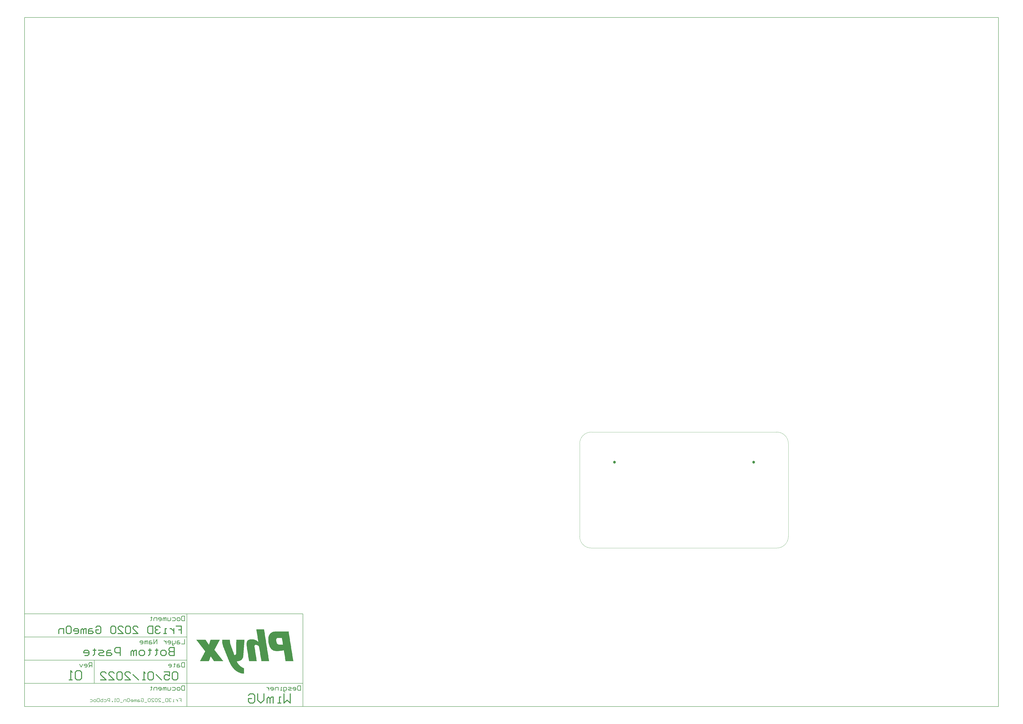
<source format=gbp>
G04*
G04 #@! TF.GenerationSoftware,Altium Limited,Altium Designer,22.0.2 (36)*
G04*
G04 Layer_Color=128*
%FSLAX25Y25*%
%MOIN*%
G70*
G04*
G04 #@! TF.SameCoordinates,97D47E50-BCFC-400F-BBD2-71598373C37A*
G04*
G04*
G04 #@! TF.FilePolarity,Positive*
G04*
G01*
G75*
%ADD12C,0.00787*%
%ADD14C,0.01575*%
%ADD15C,0.00394*%
%ADD16C,0.00984*%
%ADD62C,0.04724*%
G36*
X300667Y-141778D02*
X298949D01*
Y-142065D01*
X298090D01*
Y-142351D01*
X297231D01*
Y-142637D01*
X296373D01*
Y-142924D01*
X295800D01*
Y-143210D01*
X295514D01*
Y-143496D01*
X294941D01*
Y-143783D01*
X294655D01*
Y-144069D01*
X294082D01*
Y-144355D01*
X293796D01*
Y-144641D01*
X293509D01*
Y-144928D01*
X293223D01*
Y-145214D01*
X292937D01*
Y-145501D01*
X292650D01*
Y-145787D01*
X292364D01*
Y-146073D01*
Y-146359D01*
X292078D01*
Y-146646D01*
X291792D01*
Y-146932D01*
Y-147218D01*
X291505D01*
Y-147505D01*
X291219D01*
Y-147791D01*
Y-148077D01*
X290932D01*
Y-148364D01*
Y-148650D01*
Y-148936D01*
X290646D01*
Y-149223D01*
Y-149509D01*
Y-149795D01*
X290360D01*
Y-150082D01*
Y-150368D01*
Y-150654D01*
Y-150940D01*
X290074D01*
Y-151227D01*
Y-151513D01*
Y-151799D01*
Y-152086D01*
Y-152372D01*
X289787D01*
Y-152658D01*
Y-152945D01*
Y-153231D01*
Y-153517D01*
Y-153804D01*
Y-154090D01*
Y-154376D01*
Y-154663D01*
Y-154949D01*
Y-155235D01*
Y-155521D01*
Y-155808D01*
Y-156094D01*
Y-156380D01*
Y-156667D01*
Y-156953D01*
Y-157239D01*
Y-157526D01*
Y-157812D01*
Y-158098D01*
X290074D01*
Y-158385D01*
Y-158671D01*
Y-158957D01*
Y-159244D01*
Y-159530D01*
Y-159816D01*
Y-160102D01*
X290360D01*
Y-160389D01*
Y-160675D01*
Y-160961D01*
Y-161248D01*
Y-161534D01*
X290646D01*
Y-161820D01*
Y-162107D01*
Y-162393D01*
Y-162679D01*
Y-162966D01*
X290932D01*
Y-163252D01*
Y-163538D01*
Y-163824D01*
X291219D01*
Y-164111D01*
Y-164397D01*
Y-164683D01*
Y-164970D01*
X291505D01*
Y-165256D01*
Y-165542D01*
Y-165829D01*
X291792D01*
Y-166115D01*
Y-166401D01*
X292078D01*
Y-166688D01*
Y-166974D01*
Y-167260D01*
X292364D01*
Y-167547D01*
Y-167833D01*
X292650D01*
Y-168119D01*
Y-168405D01*
X292937D01*
Y-168692D01*
Y-168978D01*
X293223D01*
Y-169264D01*
X293509D01*
Y-169551D01*
Y-169837D01*
X293796D01*
Y-170123D01*
X294082D01*
Y-170410D01*
X294368D01*
Y-170696D01*
Y-170982D01*
X294655D01*
Y-171269D01*
X294941D01*
Y-171555D01*
X295227D01*
Y-171841D01*
X295514D01*
Y-172127D01*
X295800D01*
Y-172414D01*
X296373D01*
Y-172700D01*
X296659D01*
Y-172986D01*
X297231D01*
Y-173273D01*
X297518D01*
Y-173559D01*
X298090D01*
Y-173845D01*
X298949D01*
Y-174132D01*
X299808D01*
Y-174418D01*
X300667D01*
Y-174704D01*
X302385D01*
Y-174991D01*
X307539D01*
Y-174704D01*
X310116D01*
Y-174418D01*
X312120D01*
Y-174132D01*
X313551D01*
Y-173845D01*
X314983D01*
Y-173559D01*
X316414D01*
Y-173845D01*
Y-174132D01*
Y-174418D01*
Y-174704D01*
Y-174991D01*
Y-175277D01*
Y-175563D01*
X316701D01*
Y-175850D01*
Y-176136D01*
Y-176422D01*
Y-176709D01*
Y-176995D01*
Y-177281D01*
X316987D01*
Y-177568D01*
Y-177854D01*
Y-178140D01*
Y-178426D01*
Y-178713D01*
Y-178999D01*
X317273D01*
Y-179285D01*
Y-179572D01*
Y-179858D01*
Y-180144D01*
Y-180431D01*
Y-180717D01*
Y-181003D01*
X317560D01*
Y-181290D01*
Y-181576D01*
Y-181862D01*
Y-182149D01*
Y-182435D01*
Y-182721D01*
X317846D01*
Y-183007D01*
Y-183294D01*
Y-183580D01*
Y-183866D01*
Y-184153D01*
Y-184439D01*
X318132D01*
Y-184725D01*
Y-185012D01*
Y-185298D01*
Y-185584D01*
Y-185871D01*
Y-186157D01*
Y-186443D01*
X318419D01*
Y-186730D01*
Y-187016D01*
Y-187302D01*
Y-187588D01*
Y-187875D01*
Y-188161D01*
X318705D01*
Y-188447D01*
Y-188734D01*
Y-189020D01*
Y-189306D01*
Y-189593D01*
Y-189879D01*
X318991D01*
Y-190165D01*
Y-190452D01*
Y-190738D01*
Y-191024D01*
Y-191311D01*
Y-191597D01*
Y-191883D01*
X332448D01*
Y-191597D01*
X332162D01*
Y-191311D01*
Y-191024D01*
Y-190738D01*
Y-190452D01*
Y-190165D01*
X331875D01*
Y-189879D01*
Y-189593D01*
Y-189306D01*
Y-189020D01*
Y-188734D01*
Y-188447D01*
Y-188161D01*
X331589D01*
Y-187875D01*
Y-187588D01*
Y-187302D01*
Y-187016D01*
Y-186730D01*
Y-186443D01*
X331303D01*
Y-186157D01*
Y-185871D01*
Y-185584D01*
Y-185298D01*
Y-185012D01*
Y-184725D01*
X331016D01*
Y-184439D01*
Y-184153D01*
Y-183866D01*
Y-183580D01*
Y-183294D01*
Y-183007D01*
Y-182721D01*
X330730D01*
Y-182435D01*
Y-182149D01*
Y-181862D01*
Y-181576D01*
Y-181290D01*
Y-181003D01*
X330444D01*
Y-180717D01*
Y-180431D01*
Y-180144D01*
Y-179858D01*
Y-179572D01*
Y-179285D01*
X330157D01*
Y-178999D01*
Y-178713D01*
Y-178426D01*
Y-178140D01*
Y-177854D01*
Y-177568D01*
X329871D01*
Y-177281D01*
Y-176995D01*
Y-176709D01*
Y-176422D01*
Y-176136D01*
Y-175850D01*
Y-175563D01*
X329585D01*
Y-175277D01*
Y-174991D01*
Y-174704D01*
Y-174418D01*
Y-174132D01*
Y-173845D01*
X329298D01*
Y-173559D01*
Y-173273D01*
Y-172986D01*
Y-172700D01*
Y-172414D01*
Y-172127D01*
X329012D01*
Y-171841D01*
Y-171555D01*
Y-171269D01*
Y-170982D01*
Y-170696D01*
Y-170410D01*
X328726D01*
Y-170123D01*
Y-169837D01*
Y-169551D01*
Y-169264D01*
Y-168978D01*
Y-168692D01*
Y-168405D01*
X328439D01*
Y-168119D01*
Y-167833D01*
Y-167547D01*
Y-167260D01*
Y-166974D01*
Y-166688D01*
X328153D01*
Y-166401D01*
Y-166115D01*
Y-165829D01*
Y-165542D01*
Y-165256D01*
Y-164970D01*
X327867D01*
Y-164683D01*
Y-164397D01*
Y-164111D01*
Y-163824D01*
Y-163538D01*
Y-163252D01*
Y-162966D01*
X327581D01*
Y-162679D01*
Y-162393D01*
Y-162107D01*
Y-161820D01*
Y-161534D01*
Y-161248D01*
X327294D01*
Y-160961D01*
Y-160675D01*
Y-160389D01*
Y-160102D01*
Y-159816D01*
Y-159530D01*
X327008D01*
Y-159244D01*
Y-158957D01*
Y-158671D01*
Y-158385D01*
Y-158098D01*
Y-157812D01*
X326722D01*
Y-157526D01*
Y-157239D01*
Y-156953D01*
Y-156667D01*
Y-156380D01*
Y-156094D01*
Y-155808D01*
X326435D01*
Y-155521D01*
Y-155235D01*
Y-154949D01*
Y-154663D01*
Y-154376D01*
Y-154090D01*
X326149D01*
Y-153804D01*
Y-153517D01*
Y-153231D01*
Y-152945D01*
Y-152658D01*
Y-152372D01*
X325863D01*
Y-152086D01*
Y-151799D01*
Y-151513D01*
Y-151227D01*
Y-150940D01*
Y-150654D01*
Y-150368D01*
X325576D01*
Y-150082D01*
Y-149795D01*
Y-149509D01*
Y-149223D01*
Y-148936D01*
Y-148650D01*
X325290D01*
Y-148364D01*
Y-148077D01*
Y-147791D01*
Y-147505D01*
Y-147218D01*
Y-146932D01*
X325004D01*
Y-146646D01*
Y-146359D01*
Y-146073D01*
Y-145787D01*
Y-145501D01*
Y-145214D01*
Y-144928D01*
X324717D01*
Y-144641D01*
Y-144355D01*
Y-144069D01*
Y-143783D01*
Y-143496D01*
Y-143210D01*
X324431D01*
Y-142924D01*
Y-142637D01*
Y-142351D01*
Y-142065D01*
Y-141778D01*
Y-141492D01*
X300667D01*
Y-141778D01*
D02*
G37*
G36*
X269459Y-138343D02*
Y-138629D01*
X269745D01*
Y-138915D01*
Y-139202D01*
Y-139488D01*
Y-139774D01*
Y-140060D01*
Y-140347D01*
X270032D01*
Y-140633D01*
Y-140919D01*
Y-141206D01*
Y-141492D01*
Y-141778D01*
Y-142065D01*
X270318D01*
Y-142351D01*
Y-142637D01*
Y-142924D01*
Y-143210D01*
Y-143496D01*
Y-143783D01*
Y-144069D01*
X270604D01*
Y-144355D01*
Y-144641D01*
Y-144928D01*
Y-145214D01*
Y-145501D01*
Y-145787D01*
X270891D01*
Y-146073D01*
Y-146359D01*
Y-146646D01*
Y-146932D01*
Y-147218D01*
Y-147505D01*
X271177D01*
Y-147791D01*
Y-148077D01*
Y-148364D01*
Y-148650D01*
Y-148936D01*
Y-149223D01*
Y-149509D01*
X271463D01*
Y-149795D01*
Y-150082D01*
Y-150368D01*
Y-150654D01*
Y-150940D01*
Y-151227D01*
X271750D01*
Y-151513D01*
Y-151799D01*
Y-152086D01*
Y-152372D01*
Y-152658D01*
Y-152945D01*
X272036D01*
Y-153231D01*
Y-153517D01*
Y-153804D01*
Y-154090D01*
Y-154376D01*
Y-154663D01*
X272322D01*
Y-154949D01*
Y-155235D01*
Y-155521D01*
Y-155808D01*
Y-156094D01*
Y-156380D01*
Y-156667D01*
X272608D01*
Y-156953D01*
Y-157239D01*
Y-157526D01*
Y-157812D01*
Y-158098D01*
Y-158385D01*
X272895D01*
Y-158671D01*
Y-158957D01*
X272322D01*
Y-158671D01*
X272036D01*
Y-158385D01*
X271750D01*
Y-158098D01*
X271177D01*
Y-157812D01*
X270891D01*
Y-157526D01*
X270604D01*
Y-157239D01*
X270032D01*
Y-156953D01*
X269459D01*
Y-156667D01*
X269173D01*
Y-156380D01*
X268600D01*
Y-156094D01*
X267741D01*
Y-155808D01*
X267169D01*
Y-155521D01*
X266310D01*
Y-155235D01*
X264878D01*
Y-154949D01*
X258579D01*
Y-155235D01*
X257434D01*
Y-155521D01*
X256575D01*
Y-155808D01*
X256002D01*
Y-156094D01*
X255716D01*
Y-156380D01*
X255143D01*
Y-156667D01*
X254857D01*
Y-156953D01*
X254571D01*
Y-157239D01*
X254285D01*
Y-157526D01*
X253998D01*
Y-157812D01*
Y-158098D01*
X253712D01*
Y-158385D01*
Y-158671D01*
X253426D01*
Y-158957D01*
Y-159244D01*
Y-159530D01*
X253139D01*
Y-159816D01*
Y-160102D01*
Y-160389D01*
Y-160675D01*
X252853D01*
Y-160961D01*
Y-161248D01*
Y-161534D01*
Y-161820D01*
Y-162107D01*
Y-162393D01*
Y-162679D01*
Y-162966D01*
Y-163252D01*
Y-163538D01*
Y-163824D01*
Y-164111D01*
Y-164397D01*
Y-164683D01*
Y-164970D01*
Y-165256D01*
Y-165542D01*
Y-165829D01*
X253139D01*
Y-166115D01*
Y-166401D01*
Y-166688D01*
Y-166974D01*
Y-167260D01*
Y-167547D01*
Y-167833D01*
X253426D01*
Y-168119D01*
Y-168405D01*
Y-168692D01*
Y-168978D01*
Y-169264D01*
Y-169551D01*
Y-169837D01*
X253712D01*
Y-170123D01*
Y-170410D01*
Y-170696D01*
Y-170982D01*
Y-171269D01*
Y-171555D01*
X253998D01*
Y-171841D01*
Y-172127D01*
Y-172414D01*
Y-172700D01*
Y-172986D01*
Y-173273D01*
X254285D01*
Y-173559D01*
Y-173845D01*
Y-174132D01*
Y-174418D01*
Y-174704D01*
Y-174991D01*
X254571D01*
Y-175277D01*
Y-175563D01*
Y-175850D01*
Y-176136D01*
Y-176422D01*
Y-176709D01*
Y-176995D01*
X254857D01*
Y-177281D01*
Y-177568D01*
Y-177854D01*
Y-178140D01*
Y-178426D01*
Y-178713D01*
X255143D01*
Y-178999D01*
Y-179285D01*
Y-179572D01*
Y-179858D01*
Y-180144D01*
Y-180431D01*
X255430D01*
Y-180717D01*
Y-181003D01*
Y-181290D01*
Y-181576D01*
Y-181862D01*
Y-182149D01*
Y-182435D01*
X255716D01*
Y-182721D01*
Y-183007D01*
Y-183294D01*
Y-183580D01*
Y-183866D01*
Y-184153D01*
X256002D01*
Y-184439D01*
Y-184725D01*
Y-185012D01*
Y-185298D01*
Y-185584D01*
Y-185871D01*
X256289D01*
Y-186157D01*
Y-186443D01*
Y-186730D01*
Y-187016D01*
Y-187302D01*
Y-187588D01*
X256575D01*
Y-187875D01*
Y-188161D01*
Y-188447D01*
Y-188734D01*
Y-189020D01*
Y-189306D01*
Y-189593D01*
X256861D01*
Y-189879D01*
Y-190165D01*
Y-190452D01*
Y-190738D01*
Y-191024D01*
Y-191311D01*
X257148D01*
Y-191597D01*
Y-191883D01*
X270318D01*
Y-191597D01*
Y-191311D01*
X270032D01*
Y-191024D01*
Y-190738D01*
Y-190452D01*
Y-190165D01*
Y-189879D01*
Y-189593D01*
X269745D01*
Y-189306D01*
Y-189020D01*
Y-188734D01*
Y-188447D01*
Y-188161D01*
Y-187875D01*
Y-187588D01*
X269459D01*
Y-187302D01*
Y-187016D01*
Y-186730D01*
Y-186443D01*
Y-186157D01*
Y-185871D01*
X269173D01*
Y-185584D01*
Y-185298D01*
Y-185012D01*
Y-184725D01*
Y-184439D01*
Y-184153D01*
X268886D01*
Y-183866D01*
Y-183580D01*
Y-183294D01*
Y-183007D01*
Y-182721D01*
Y-182435D01*
Y-182149D01*
X268600D01*
Y-181862D01*
Y-181576D01*
Y-181290D01*
Y-181003D01*
Y-180717D01*
Y-180431D01*
X268314D01*
Y-180144D01*
Y-179858D01*
Y-179572D01*
Y-179285D01*
Y-178999D01*
Y-178713D01*
Y-178426D01*
X268027D01*
Y-178140D01*
Y-177854D01*
Y-177568D01*
Y-177281D01*
Y-176995D01*
Y-176709D01*
X267741D01*
Y-176422D01*
Y-176136D01*
Y-175850D01*
Y-175563D01*
Y-175277D01*
Y-174991D01*
X267455D01*
Y-174704D01*
Y-174418D01*
Y-174132D01*
Y-173845D01*
Y-173559D01*
Y-173273D01*
X267169D01*
Y-172986D01*
Y-172700D01*
Y-172414D01*
Y-172127D01*
Y-171841D01*
Y-171555D01*
Y-171269D01*
X266882D01*
Y-170982D01*
Y-170696D01*
Y-170410D01*
Y-170123D01*
Y-169837D01*
Y-169551D01*
X266596D01*
Y-169264D01*
Y-168978D01*
Y-168692D01*
Y-168405D01*
Y-168119D01*
Y-167833D01*
Y-167547D01*
X266310D01*
Y-167260D01*
Y-166974D01*
Y-166688D01*
Y-166401D01*
Y-166115D01*
Y-165829D01*
X266596D01*
Y-165542D01*
Y-165256D01*
X266882D01*
Y-164970D01*
X267169D01*
Y-164683D01*
X267741D01*
Y-164397D01*
X269459D01*
Y-164683D01*
X270891D01*
Y-164970D01*
X271750D01*
Y-165256D01*
X272322D01*
Y-165542D01*
X272608D01*
Y-165829D01*
X273181D01*
Y-166115D01*
X273467D01*
Y-166401D01*
X273754D01*
Y-166688D01*
Y-166974D01*
X274040D01*
Y-167260D01*
Y-167547D01*
Y-167833D01*
X274326D01*
Y-168119D01*
Y-168405D01*
Y-168692D01*
Y-168978D01*
Y-169264D01*
Y-169551D01*
X274613D01*
Y-169837D01*
Y-170123D01*
Y-170410D01*
Y-170696D01*
Y-170982D01*
Y-171269D01*
Y-171555D01*
X274899D01*
Y-171841D01*
Y-172127D01*
Y-172414D01*
Y-172700D01*
Y-172986D01*
Y-173273D01*
X275185D01*
Y-173559D01*
Y-173845D01*
Y-174132D01*
Y-174418D01*
Y-174704D01*
Y-174991D01*
X275472D01*
Y-175277D01*
Y-175563D01*
Y-175850D01*
Y-176136D01*
Y-176422D01*
Y-176709D01*
X275758D01*
Y-176995D01*
Y-177281D01*
Y-177568D01*
Y-177854D01*
Y-178140D01*
Y-178426D01*
Y-178713D01*
X276044D01*
Y-178999D01*
Y-179285D01*
Y-179572D01*
Y-179858D01*
Y-180144D01*
Y-180431D01*
X276331D01*
Y-180717D01*
Y-181003D01*
Y-181290D01*
Y-181576D01*
Y-181862D01*
Y-182149D01*
X276617D01*
Y-182435D01*
Y-182721D01*
Y-183007D01*
Y-183294D01*
Y-183580D01*
Y-183866D01*
Y-184153D01*
X276903D01*
Y-184439D01*
Y-184725D01*
Y-185012D01*
Y-185298D01*
Y-185584D01*
Y-185871D01*
X277189D01*
Y-186157D01*
Y-186443D01*
Y-186730D01*
Y-187016D01*
Y-187302D01*
Y-187588D01*
X277476D01*
Y-187875D01*
Y-188161D01*
Y-188447D01*
Y-188734D01*
Y-189020D01*
Y-189306D01*
X277762D01*
Y-189593D01*
Y-189879D01*
Y-190165D01*
Y-190452D01*
Y-190738D01*
Y-191024D01*
Y-191311D01*
X278048D01*
Y-191597D01*
Y-191883D01*
X291219D01*
Y-191597D01*
Y-191311D01*
X290932D01*
Y-191024D01*
Y-190738D01*
Y-190452D01*
Y-190165D01*
Y-189879D01*
Y-189593D01*
Y-189306D01*
X290646D01*
Y-189020D01*
Y-188734D01*
Y-188447D01*
Y-188161D01*
Y-187875D01*
Y-187588D01*
X290360D01*
Y-187302D01*
Y-187016D01*
Y-186730D01*
Y-186443D01*
Y-186157D01*
Y-185871D01*
X290074D01*
Y-185584D01*
Y-185298D01*
Y-185012D01*
Y-184725D01*
Y-184439D01*
Y-184153D01*
Y-183866D01*
X289787D01*
Y-183580D01*
Y-183294D01*
Y-183007D01*
Y-182721D01*
Y-182435D01*
Y-182149D01*
X289501D01*
Y-181862D01*
Y-181576D01*
Y-181290D01*
Y-181003D01*
Y-180717D01*
Y-180431D01*
X289215D01*
Y-180144D01*
Y-179858D01*
Y-179572D01*
Y-179285D01*
Y-178999D01*
Y-178713D01*
X288928D01*
Y-178426D01*
Y-178140D01*
Y-177854D01*
Y-177568D01*
Y-177281D01*
Y-176995D01*
Y-176709D01*
X288642D01*
Y-176422D01*
Y-176136D01*
Y-175850D01*
Y-175563D01*
Y-175277D01*
Y-174991D01*
X288356D01*
Y-174704D01*
Y-174418D01*
Y-174132D01*
Y-173845D01*
Y-173559D01*
Y-173273D01*
X288069D01*
Y-172986D01*
Y-172700D01*
Y-172414D01*
Y-172127D01*
Y-171841D01*
Y-171555D01*
Y-171269D01*
X287783D01*
Y-170982D01*
Y-170696D01*
Y-170410D01*
Y-170123D01*
Y-169837D01*
Y-169551D01*
X287497D01*
Y-169264D01*
Y-168978D01*
Y-168692D01*
Y-168405D01*
Y-168119D01*
Y-167833D01*
X287210D01*
Y-167547D01*
Y-167260D01*
Y-166974D01*
Y-166688D01*
Y-166401D01*
Y-166115D01*
X286924D01*
Y-165829D01*
Y-165542D01*
Y-165256D01*
Y-164970D01*
Y-164683D01*
Y-164397D01*
Y-164111D01*
X286638D01*
Y-163824D01*
Y-163538D01*
Y-163252D01*
Y-162966D01*
Y-162679D01*
Y-162393D01*
X286351D01*
Y-162107D01*
Y-161820D01*
Y-161534D01*
Y-161248D01*
Y-160961D01*
Y-160675D01*
X286065D01*
Y-160389D01*
Y-160102D01*
Y-159816D01*
Y-159530D01*
Y-159244D01*
Y-158957D01*
X285779D01*
Y-158671D01*
Y-158385D01*
Y-158098D01*
Y-157812D01*
Y-157526D01*
Y-157239D01*
Y-156953D01*
X285493D01*
Y-156667D01*
Y-156380D01*
Y-156094D01*
Y-155808D01*
Y-155521D01*
Y-155235D01*
X285206D01*
Y-154949D01*
Y-154663D01*
Y-154376D01*
Y-154090D01*
Y-153804D01*
Y-153517D01*
X284920D01*
Y-153231D01*
Y-152945D01*
Y-152658D01*
Y-152372D01*
Y-152086D01*
Y-151799D01*
Y-151513D01*
X284634D01*
Y-151227D01*
Y-150940D01*
Y-150654D01*
Y-150368D01*
Y-150082D01*
Y-149795D01*
X284347D01*
Y-149509D01*
Y-149223D01*
Y-148936D01*
Y-148650D01*
Y-148364D01*
Y-148077D01*
X284061D01*
Y-147791D01*
Y-147505D01*
Y-147218D01*
Y-146932D01*
Y-146646D01*
Y-146359D01*
X283775D01*
Y-146073D01*
Y-145787D01*
Y-145501D01*
Y-145214D01*
Y-144928D01*
Y-144641D01*
Y-144355D01*
X283488D01*
Y-144069D01*
Y-143783D01*
Y-143496D01*
Y-143210D01*
Y-142924D01*
Y-142637D01*
X283202D01*
Y-142351D01*
Y-142065D01*
Y-141778D01*
Y-141492D01*
Y-141206D01*
Y-140919D01*
X282916D01*
Y-140633D01*
Y-140347D01*
Y-140060D01*
Y-139774D01*
Y-139488D01*
Y-139202D01*
Y-138915D01*
X282629D01*
Y-138629D01*
Y-138343D01*
Y-138056D01*
X269459D01*
Y-138343D01*
D02*
G37*
G36*
X167532Y-155808D02*
X167818D01*
Y-156094D01*
X168104D01*
Y-156380D01*
Y-156667D01*
X168391D01*
Y-156953D01*
X168677D01*
Y-157239D01*
X168963D01*
Y-157526D01*
Y-157812D01*
X169250D01*
Y-158098D01*
X169536D01*
Y-158385D01*
X169822D01*
Y-158671D01*
X170108D01*
Y-158957D01*
Y-159244D01*
X170395D01*
Y-159530D01*
X170681D01*
Y-159816D01*
X170967D01*
Y-160102D01*
Y-160389D01*
X171254D01*
Y-160675D01*
X171540D01*
Y-160961D01*
X171826D01*
Y-161248D01*
X172113D01*
Y-161534D01*
Y-161820D01*
X172399D01*
Y-162107D01*
X172685D01*
Y-162393D01*
X172972D01*
Y-162679D01*
Y-162966D01*
X173258D01*
Y-163252D01*
X173544D01*
Y-163538D01*
X173831D01*
Y-163824D01*
Y-164111D01*
X174117D01*
Y-164397D01*
X174403D01*
Y-164683D01*
X174689D01*
Y-164970D01*
X174976D01*
Y-165256D01*
Y-165542D01*
X175262D01*
Y-165829D01*
X175549D01*
Y-166115D01*
X175835D01*
Y-166401D01*
Y-166688D01*
X176121D01*
Y-166974D01*
X176407D01*
Y-167260D01*
X176694D01*
Y-167547D01*
Y-167833D01*
X176980D01*
Y-168119D01*
X177266D01*
Y-168405D01*
X177553D01*
Y-168692D01*
X177839D01*
Y-168978D01*
Y-169264D01*
X178125D01*
Y-169551D01*
X178412D01*
Y-169837D01*
X178698D01*
Y-170123D01*
Y-170410D01*
X178984D01*
Y-170696D01*
X179271D01*
Y-170982D01*
X179557D01*
Y-171269D01*
Y-171555D01*
X179843D01*
Y-171841D01*
X180130D01*
Y-172127D01*
X180416D01*
Y-172414D01*
X180702D01*
Y-172700D01*
Y-172986D01*
X180988D01*
Y-173273D01*
X181275D01*
Y-173559D01*
X181561D01*
Y-173845D01*
Y-174132D01*
X181847D01*
Y-174418D01*
X182134D01*
Y-174704D01*
X182420D01*
Y-174991D01*
X182706D01*
Y-175277D01*
Y-175563D01*
X182420D01*
Y-175850D01*
Y-176136D01*
X182134D01*
Y-176422D01*
Y-176709D01*
X181847D01*
Y-176995D01*
X181561D01*
Y-177281D01*
Y-177568D01*
X181275D01*
Y-177854D01*
Y-178140D01*
X180988D01*
Y-178426D01*
Y-178713D01*
X180702D01*
Y-178999D01*
Y-179285D01*
X180416D01*
Y-179572D01*
Y-179858D01*
X180130D01*
Y-180144D01*
Y-180431D01*
X179843D01*
Y-180717D01*
Y-181003D01*
X179557D01*
Y-181290D01*
Y-181576D01*
X179271D01*
Y-181862D01*
X178984D01*
Y-182149D01*
Y-182435D01*
X178698D01*
Y-182721D01*
Y-183007D01*
X178412D01*
Y-183294D01*
Y-183580D01*
X178125D01*
Y-183866D01*
Y-184153D01*
X177839D01*
Y-184439D01*
Y-184725D01*
X177553D01*
Y-185012D01*
Y-185298D01*
X177266D01*
Y-185584D01*
Y-185871D01*
X176980D01*
Y-186157D01*
X176694D01*
Y-186443D01*
Y-186730D01*
X176407D01*
Y-187016D01*
Y-187302D01*
X176121D01*
Y-187588D01*
Y-187875D01*
X175835D01*
Y-188161D01*
Y-188447D01*
X175549D01*
Y-188734D01*
Y-189020D01*
X175262D01*
Y-189306D01*
Y-189593D01*
X174976D01*
Y-189879D01*
Y-190165D01*
X174689D01*
Y-190452D01*
X174403D01*
Y-190738D01*
Y-191024D01*
X174117D01*
Y-191311D01*
Y-191597D01*
X173831D01*
Y-191883D01*
X189005D01*
Y-191597D01*
X189292D01*
Y-191311D01*
Y-191024D01*
Y-190738D01*
X189578D01*
Y-190452D01*
Y-190165D01*
Y-189879D01*
X189864D01*
Y-189593D01*
Y-189306D01*
X190150D01*
Y-189020D01*
Y-188734D01*
Y-188447D01*
X190437D01*
Y-188161D01*
Y-187875D01*
Y-187588D01*
X190723D01*
Y-187302D01*
Y-187016D01*
X191009D01*
Y-186730D01*
Y-186443D01*
Y-186157D01*
X191296D01*
Y-185871D01*
Y-185584D01*
Y-185298D01*
X191582D01*
Y-185012D01*
Y-184725D01*
Y-184439D01*
X191868D01*
Y-184153D01*
X192441D01*
Y-184439D01*
Y-184725D01*
X192727D01*
Y-185012D01*
X193014D01*
Y-185298D01*
Y-185584D01*
X193300D01*
Y-185871D01*
X193586D01*
Y-186157D01*
Y-186443D01*
X193872D01*
Y-186730D01*
X194159D01*
Y-187016D01*
Y-187302D01*
X194445D01*
Y-187588D01*
X194731D01*
Y-187875D01*
X195018D01*
Y-188161D01*
Y-188447D01*
X195304D01*
Y-188734D01*
X195590D01*
Y-189020D01*
Y-189306D01*
X195877D01*
Y-189593D01*
X196163D01*
Y-189879D01*
Y-190165D01*
X196449D01*
Y-190452D01*
X196736D01*
Y-190738D01*
Y-191024D01*
X197022D01*
Y-191311D01*
X197308D01*
Y-191597D01*
Y-191883D01*
X213342D01*
Y-191597D01*
X213055D01*
Y-191311D01*
X212769D01*
Y-191024D01*
X212483D01*
Y-190738D01*
X212196D01*
Y-190452D01*
Y-190165D01*
X211910D01*
Y-189879D01*
X211624D01*
Y-189593D01*
X211338D01*
Y-189306D01*
X211051D01*
Y-189020D01*
Y-188734D01*
X210765D01*
Y-188447D01*
X210479D01*
Y-188161D01*
X210192D01*
Y-187875D01*
Y-187588D01*
X209906D01*
Y-187302D01*
X209620D01*
Y-187016D01*
X209333D01*
Y-186730D01*
X209047D01*
Y-186443D01*
Y-186157D01*
X208761D01*
Y-185871D01*
X208474D01*
Y-185584D01*
X208188D01*
Y-185298D01*
X207902D01*
Y-185012D01*
Y-184725D01*
X207615D01*
Y-184439D01*
X207329D01*
Y-184153D01*
X207043D01*
Y-183866D01*
Y-183580D01*
X206757D01*
Y-183294D01*
X206470D01*
Y-183007D01*
X206184D01*
Y-182721D01*
X205898D01*
Y-182435D01*
Y-182149D01*
X205611D01*
Y-181862D01*
X205325D01*
Y-181576D01*
X205039D01*
Y-181290D01*
Y-181003D01*
X204752D01*
Y-180717D01*
X204466D01*
Y-180431D01*
X204180D01*
Y-180144D01*
X203893D01*
Y-179858D01*
Y-179572D01*
X203607D01*
Y-179285D01*
X203321D01*
Y-178999D01*
X203034D01*
Y-178713D01*
Y-178426D01*
X202748D01*
Y-178140D01*
X202462D01*
Y-177854D01*
X202176D01*
Y-177568D01*
X201889D01*
Y-177281D01*
Y-176995D01*
X201603D01*
Y-176709D01*
X201317D01*
Y-176422D01*
X201030D01*
Y-176136D01*
X200744D01*
Y-175850D01*
Y-175563D01*
X200458D01*
Y-175277D01*
X200171D01*
Y-174991D01*
X199885D01*
Y-174704D01*
Y-174418D01*
X199599D01*
Y-174132D01*
X199312D01*
Y-173845D01*
X199026D01*
Y-173559D01*
X198740D01*
Y-173273D01*
Y-172986D01*
X198453D01*
Y-172700D01*
Y-172414D01*
Y-172127D01*
X198740D01*
Y-171841D01*
X199026D01*
Y-171555D01*
Y-171269D01*
X199312D01*
Y-170982D01*
Y-170696D01*
X199599D01*
Y-170410D01*
Y-170123D01*
X199885D01*
Y-169837D01*
Y-169551D01*
X200171D01*
Y-169264D01*
Y-168978D01*
X200458D01*
Y-168692D01*
Y-168405D01*
X200744D01*
Y-168119D01*
X201030D01*
Y-167833D01*
Y-167547D01*
X201317D01*
Y-167260D01*
Y-166974D01*
X201603D01*
Y-166688D01*
Y-166401D01*
X201889D01*
Y-166115D01*
Y-165829D01*
X202176D01*
Y-165542D01*
Y-165256D01*
X202462D01*
Y-164970D01*
Y-164683D01*
X202748D01*
Y-164397D01*
X203034D01*
Y-164111D01*
Y-163824D01*
X203321D01*
Y-163538D01*
Y-163252D01*
X203607D01*
Y-162966D01*
Y-162679D01*
X203893D01*
Y-162393D01*
Y-162107D01*
X204180D01*
Y-161820D01*
Y-161534D01*
X204466D01*
Y-161248D01*
Y-160961D01*
X204752D01*
Y-160675D01*
Y-160389D01*
X205039D01*
Y-160102D01*
X205325D01*
Y-159816D01*
Y-159530D01*
X205611D01*
Y-159244D01*
Y-158957D01*
X205898D01*
Y-158671D01*
Y-158385D01*
X206184D01*
Y-158098D01*
Y-157812D01*
X206470D01*
Y-157526D01*
Y-157239D01*
X206757D01*
Y-156953D01*
Y-156667D01*
X207043D01*
Y-156380D01*
X207329D01*
Y-156094D01*
Y-155808D01*
X207615D01*
Y-155521D01*
X191868D01*
Y-155808D01*
X191582D01*
Y-156094D01*
Y-156380D01*
Y-156667D01*
X191296D01*
Y-156953D01*
Y-157239D01*
Y-157526D01*
X191009D01*
Y-157812D01*
Y-158098D01*
Y-158385D01*
X190723D01*
Y-158671D01*
Y-158957D01*
Y-159244D01*
X190437D01*
Y-159530D01*
Y-159816D01*
Y-160102D01*
X190150D01*
Y-160389D01*
Y-160675D01*
Y-160961D01*
X189864D01*
Y-161248D01*
Y-161534D01*
Y-161820D01*
X189578D01*
Y-162107D01*
Y-162393D01*
Y-162679D01*
X189292D01*
Y-162966D01*
Y-163252D01*
Y-163538D01*
Y-163824D01*
X188719D01*
Y-163538D01*
X188433D01*
Y-163252D01*
X188146D01*
Y-162966D01*
Y-162679D01*
X187860D01*
Y-162393D01*
X187574D01*
Y-162107D01*
Y-161820D01*
X187287D01*
Y-161534D01*
X187001D01*
Y-161248D01*
Y-160961D01*
X186715D01*
Y-160675D01*
X186428D01*
Y-160389D01*
Y-160102D01*
X186142D01*
Y-159816D01*
X185856D01*
Y-159530D01*
Y-159244D01*
X185569D01*
Y-158957D01*
X185283D01*
Y-158671D01*
Y-158385D01*
X184997D01*
Y-158098D01*
X184711D01*
Y-157812D01*
Y-157526D01*
X184424D01*
Y-157239D01*
X184138D01*
Y-156953D01*
Y-156667D01*
X183852D01*
Y-156380D01*
X183565D01*
Y-156094D01*
Y-155808D01*
X183279D01*
Y-155521D01*
X167532D01*
Y-155808D01*
D02*
G37*
G36*
X211624D02*
Y-156094D01*
Y-156380D01*
Y-156667D01*
Y-156953D01*
Y-157239D01*
Y-157526D01*
Y-157812D01*
Y-158098D01*
Y-158385D01*
Y-158671D01*
Y-158957D01*
Y-159244D01*
Y-159530D01*
Y-159816D01*
Y-160102D01*
Y-160389D01*
Y-160675D01*
Y-160961D01*
Y-161248D01*
Y-161534D01*
X211910D01*
Y-161820D01*
Y-162107D01*
Y-162393D01*
Y-162679D01*
Y-162966D01*
X212196D01*
Y-163252D01*
Y-163538D01*
Y-163824D01*
Y-164111D01*
X212483D01*
Y-164397D01*
Y-164683D01*
Y-164970D01*
Y-165256D01*
X212769D01*
Y-165542D01*
Y-165829D01*
Y-166115D01*
X213055D01*
Y-166401D01*
Y-166688D01*
Y-166974D01*
X213342D01*
Y-167260D01*
Y-167547D01*
Y-167833D01*
X213628D01*
Y-168119D01*
Y-168405D01*
Y-168692D01*
X213914D01*
Y-168978D01*
Y-169264D01*
X214201D01*
Y-169551D01*
Y-169837D01*
X214487D01*
Y-170123D01*
Y-170410D01*
Y-170696D01*
X214773D01*
Y-170982D01*
Y-171269D01*
X215060D01*
Y-171555D01*
Y-171841D01*
Y-172127D01*
X215346D01*
Y-172414D01*
Y-172700D01*
X215632D01*
Y-172986D01*
Y-173273D01*
Y-173559D01*
X215919D01*
Y-173845D01*
Y-174132D01*
X216205D01*
Y-174418D01*
Y-174704D01*
Y-174991D01*
X216491D01*
Y-175277D01*
Y-175563D01*
X216777D01*
Y-175850D01*
Y-176136D01*
Y-176422D01*
X217064D01*
Y-176709D01*
Y-176995D01*
X217350D01*
Y-177281D01*
Y-177568D01*
Y-177854D01*
X217636D01*
Y-178140D01*
Y-178426D01*
X217923D01*
Y-178713D01*
Y-178999D01*
Y-179285D01*
X218209D01*
Y-179572D01*
Y-179858D01*
X218495D01*
Y-180144D01*
Y-180431D01*
Y-180717D01*
X218782D01*
Y-181003D01*
Y-181290D01*
X219068D01*
Y-181576D01*
Y-181862D01*
Y-182149D01*
X219354D01*
Y-182435D01*
Y-182721D01*
X219641D01*
Y-183007D01*
Y-183294D01*
Y-183580D01*
X219927D01*
Y-183866D01*
Y-184153D01*
X220213D01*
Y-184439D01*
Y-184725D01*
Y-185012D01*
X220500D01*
Y-185298D01*
Y-185584D01*
X220786D01*
Y-185871D01*
Y-186157D01*
Y-186443D01*
X221072D01*
Y-186730D01*
Y-187016D01*
X221358D01*
Y-187302D01*
Y-187588D01*
Y-187875D01*
X221645D01*
Y-188161D01*
Y-188447D01*
X221931D01*
Y-188734D01*
Y-189020D01*
Y-189306D01*
X222217D01*
Y-189593D01*
Y-189879D01*
X222504D01*
Y-190165D01*
Y-190452D01*
Y-190738D01*
X222790D01*
Y-191024D01*
Y-191311D01*
X223076D01*
Y-191597D01*
Y-191883D01*
Y-192169D01*
X223363D01*
Y-192456D01*
Y-192742D01*
X223649D01*
Y-193028D01*
Y-193315D01*
X223935D01*
Y-193601D01*
Y-193887D01*
X224222D01*
Y-194174D01*
Y-194460D01*
Y-194746D01*
X224508D01*
Y-195033D01*
X224794D01*
Y-195319D01*
Y-195605D01*
Y-195891D01*
X225081D01*
Y-196178D01*
X225367D01*
Y-196464D01*
Y-196750D01*
X225653D01*
Y-197037D01*
Y-197323D01*
X225939D01*
Y-197609D01*
Y-197896D01*
X226226D01*
Y-198182D01*
Y-198468D01*
X226512D01*
Y-198755D01*
X226799D01*
Y-199041D01*
Y-199327D01*
X227085D01*
Y-199614D01*
Y-199900D01*
X227371D01*
Y-200186D01*
X227657D01*
Y-200472D01*
X227944D01*
Y-200759D01*
Y-201045D01*
X228230D01*
Y-201331D01*
X228516D01*
Y-201618D01*
Y-201904D01*
X228803D01*
Y-202190D01*
X229089D01*
Y-202477D01*
X229375D01*
Y-202763D01*
Y-203049D01*
X229662D01*
Y-203336D01*
X229948D01*
Y-203622D01*
X230234D01*
Y-203908D01*
X230521D01*
Y-204195D01*
X230807D01*
Y-204481D01*
Y-204767D01*
X231093D01*
Y-205053D01*
X231380D01*
Y-205340D01*
X231666D01*
Y-205626D01*
X231952D01*
Y-205912D01*
X232238D01*
Y-206199D01*
X232525D01*
Y-206485D01*
X232811D01*
Y-206771D01*
X233384D01*
Y-207058D01*
X233670D01*
Y-207344D01*
X233956D01*
Y-207630D01*
X234243D01*
Y-207917D01*
X234529D01*
Y-208203D01*
X235102D01*
Y-208489D01*
X235388D01*
Y-208776D01*
X235961D01*
Y-209062D01*
X236247D01*
Y-209348D01*
X236819D01*
Y-209634D01*
X237106D01*
Y-209921D01*
X237678D01*
Y-210207D01*
X238251D01*
Y-210493D01*
X238824D01*
Y-210780D01*
X239396D01*
Y-211066D01*
X239969D01*
Y-211352D01*
X240828D01*
Y-211639D01*
X241400D01*
Y-211925D01*
X242259D01*
Y-212211D01*
X243405D01*
Y-212498D01*
X244550D01*
Y-212784D01*
X246268D01*
Y-213070D01*
X248272D01*
Y-213357D01*
X248558D01*
Y-213070D01*
Y-212784D01*
Y-212498D01*
Y-212211D01*
Y-211925D01*
Y-211639D01*
Y-211352D01*
Y-211066D01*
Y-210780D01*
Y-210493D01*
Y-210207D01*
Y-209921D01*
Y-209634D01*
Y-209348D01*
Y-209062D01*
Y-208776D01*
Y-208489D01*
Y-208203D01*
Y-207917D01*
Y-207630D01*
Y-207344D01*
Y-207058D01*
Y-206771D01*
Y-206485D01*
Y-206199D01*
Y-205912D01*
Y-205626D01*
Y-205340D01*
Y-205053D01*
Y-204767D01*
Y-204481D01*
Y-204195D01*
Y-203908D01*
X247986D01*
Y-203622D01*
X247413D01*
Y-203336D01*
X246840D01*
Y-203049D01*
X246268D01*
Y-202763D01*
X245695D01*
Y-202477D01*
X245123D01*
Y-202190D01*
X244836D01*
Y-201904D01*
X244264D01*
Y-201618D01*
X243977D01*
Y-201331D01*
X243405D01*
Y-201045D01*
X243118D01*
Y-200759D01*
X242832D01*
Y-200472D01*
X242259D01*
Y-200186D01*
X241973D01*
Y-199900D01*
X241687D01*
Y-199614D01*
X241400D01*
Y-199327D01*
X241114D01*
Y-199041D01*
X240828D01*
Y-198755D01*
X240542D01*
Y-198468D01*
X240255D01*
Y-198182D01*
X239969D01*
Y-197896D01*
X239683D01*
Y-197609D01*
X239396D01*
Y-197323D01*
X239110D01*
Y-197037D01*
Y-196750D01*
X238824D01*
Y-196464D01*
X238537D01*
Y-196178D01*
X238251D01*
Y-195891D01*
Y-195605D01*
X237965D01*
Y-195319D01*
X237678D01*
Y-195033D01*
Y-194746D01*
X237392D01*
Y-194460D01*
Y-194174D01*
X237106D01*
Y-193887D01*
X236819D01*
Y-193601D01*
Y-193315D01*
X236533D01*
Y-193028D01*
Y-192742D01*
X236247D01*
Y-192456D01*
Y-192169D01*
X237965D01*
Y-191883D01*
X239969D01*
Y-191597D01*
X241114D01*
Y-191311D01*
X241687D01*
Y-191024D01*
X242546D01*
Y-190738D01*
X243118D01*
Y-190452D01*
X243405D01*
Y-190165D01*
X243977D01*
Y-189879D01*
X244264D01*
Y-189593D01*
X244550D01*
Y-189306D01*
X244836D01*
Y-189020D01*
X245123D01*
Y-188734D01*
X245409D01*
Y-188447D01*
Y-188161D01*
X245695D01*
Y-187875D01*
X245981D01*
Y-187588D01*
Y-187302D01*
X246268D01*
Y-187016D01*
Y-186730D01*
X246554D01*
Y-186443D01*
Y-186157D01*
X246840D01*
Y-185871D01*
Y-185584D01*
Y-185298D01*
X247127D01*
Y-185012D01*
Y-184725D01*
Y-184439D01*
Y-184153D01*
X247413D01*
Y-183866D01*
Y-183580D01*
Y-183294D01*
Y-183007D01*
Y-182721D01*
Y-182435D01*
Y-182149D01*
X247699D01*
Y-181862D01*
Y-181576D01*
Y-181290D01*
Y-181003D01*
Y-180717D01*
Y-180431D01*
Y-180144D01*
Y-179858D01*
Y-179572D01*
Y-179285D01*
Y-178999D01*
Y-178713D01*
Y-178426D01*
Y-178140D01*
Y-177854D01*
X247986D01*
Y-177568D01*
Y-177281D01*
Y-176995D01*
Y-176709D01*
Y-176422D01*
Y-176136D01*
Y-175850D01*
Y-175563D01*
Y-175277D01*
Y-174991D01*
Y-174704D01*
Y-174418D01*
Y-174132D01*
Y-173845D01*
Y-173559D01*
X248272D01*
Y-173273D01*
Y-172986D01*
Y-172700D01*
Y-172414D01*
Y-172127D01*
Y-171841D01*
Y-171555D01*
Y-171269D01*
Y-170982D01*
Y-170696D01*
Y-170410D01*
Y-170123D01*
Y-169837D01*
Y-169551D01*
Y-169264D01*
Y-168978D01*
X248558D01*
Y-168692D01*
Y-168405D01*
Y-168119D01*
Y-167833D01*
Y-167547D01*
Y-167260D01*
Y-166974D01*
Y-166688D01*
Y-166401D01*
Y-166115D01*
Y-165829D01*
Y-165542D01*
Y-165256D01*
Y-164970D01*
Y-164683D01*
Y-164397D01*
X248845D01*
Y-164111D01*
Y-163824D01*
Y-163538D01*
Y-163252D01*
Y-162966D01*
Y-162679D01*
Y-162393D01*
Y-162107D01*
Y-161820D01*
Y-161534D01*
Y-161248D01*
Y-160961D01*
Y-160675D01*
Y-160389D01*
X249131D01*
Y-160102D01*
Y-159816D01*
Y-159530D01*
Y-159244D01*
Y-158957D01*
Y-158671D01*
Y-158385D01*
Y-158098D01*
Y-157812D01*
Y-157526D01*
Y-157239D01*
Y-156953D01*
Y-156667D01*
Y-156380D01*
Y-156094D01*
Y-155808D01*
X249417D01*
Y-155521D01*
X235674D01*
Y-155808D01*
Y-156094D01*
Y-156380D01*
Y-156667D01*
Y-156953D01*
Y-157239D01*
Y-157526D01*
Y-157812D01*
Y-158098D01*
Y-158385D01*
Y-158671D01*
Y-158957D01*
Y-159244D01*
Y-159530D01*
X235388D01*
Y-159816D01*
Y-160102D01*
Y-160389D01*
Y-160675D01*
Y-160961D01*
Y-161248D01*
Y-161534D01*
Y-161820D01*
Y-162107D01*
Y-162393D01*
Y-162679D01*
Y-162966D01*
Y-163252D01*
Y-163538D01*
Y-163824D01*
Y-164111D01*
Y-164397D01*
Y-164683D01*
Y-164970D01*
Y-165256D01*
Y-165542D01*
Y-165829D01*
Y-166115D01*
Y-166401D01*
Y-166688D01*
Y-166974D01*
Y-167260D01*
Y-167547D01*
Y-167833D01*
Y-168119D01*
Y-168405D01*
Y-168692D01*
Y-168978D01*
Y-169264D01*
Y-169551D01*
Y-169837D01*
Y-170123D01*
Y-170410D01*
Y-170696D01*
Y-170982D01*
Y-171269D01*
X235102D01*
Y-171555D01*
X235388D01*
Y-171841D01*
Y-172127D01*
X235102D01*
Y-172414D01*
Y-172700D01*
Y-172986D01*
Y-173273D01*
Y-173559D01*
Y-173845D01*
Y-174132D01*
Y-174418D01*
Y-174704D01*
Y-174991D01*
Y-175277D01*
Y-175563D01*
Y-175850D01*
Y-176136D01*
Y-176422D01*
Y-176709D01*
Y-176995D01*
Y-177281D01*
Y-177568D01*
Y-177854D01*
Y-178140D01*
Y-178426D01*
Y-178713D01*
Y-178999D01*
Y-179285D01*
Y-179572D01*
X234815D01*
Y-179858D01*
Y-180144D01*
Y-180431D01*
X234529D01*
Y-180717D01*
X234243D01*
Y-181003D01*
X233956D01*
Y-181290D01*
X233097D01*
Y-181576D01*
X232238D01*
Y-181290D01*
X231952D01*
Y-181003D01*
Y-180717D01*
Y-180431D01*
X231666D01*
Y-180144D01*
Y-179858D01*
X231380D01*
Y-179572D01*
Y-179285D01*
Y-178999D01*
X231093D01*
Y-178713D01*
Y-178426D01*
Y-178140D01*
X230807D01*
Y-177854D01*
Y-177568D01*
Y-177281D01*
X230521D01*
Y-176995D01*
Y-176709D01*
Y-176422D01*
X230234D01*
Y-176136D01*
Y-175850D01*
X229948D01*
Y-175563D01*
Y-175277D01*
Y-174991D01*
X229662D01*
Y-174704D01*
Y-174418D01*
Y-174132D01*
X229375D01*
Y-173845D01*
Y-173559D01*
Y-173273D01*
X229089D01*
Y-172986D01*
Y-172700D01*
X228803D01*
Y-172414D01*
Y-172127D01*
Y-171841D01*
X228516D01*
Y-171555D01*
Y-171269D01*
Y-170982D01*
X228230D01*
Y-170696D01*
Y-170410D01*
Y-170123D01*
X227944D01*
Y-169837D01*
Y-169551D01*
X227657D01*
Y-169264D01*
Y-168978D01*
Y-168692D01*
X227371D01*
Y-168405D01*
Y-168119D01*
Y-167833D01*
X227085D01*
Y-167547D01*
Y-167260D01*
Y-166974D01*
X226799D01*
Y-166688D01*
Y-166401D01*
X226512D01*
Y-166115D01*
Y-165829D01*
Y-165542D01*
X226226D01*
Y-165256D01*
Y-164970D01*
Y-164683D01*
X225939D01*
Y-164397D01*
Y-164111D01*
Y-163824D01*
X225653D01*
Y-163538D01*
Y-163252D01*
Y-162966D01*
Y-162679D01*
X225367D01*
Y-162393D01*
Y-162107D01*
Y-161820D01*
Y-161534D01*
X225081D01*
Y-161248D01*
Y-160961D01*
Y-160675D01*
Y-160389D01*
Y-160102D01*
X224794D01*
Y-159816D01*
Y-159530D01*
Y-159244D01*
Y-158957D01*
Y-158671D01*
Y-158385D01*
X224508D01*
Y-158098D01*
Y-157812D01*
Y-157526D01*
Y-157239D01*
Y-156953D01*
Y-156667D01*
Y-156380D01*
Y-156094D01*
Y-155808D01*
Y-155521D01*
X211624D01*
Y-155808D01*
D02*
G37*
%LPC*%
G36*
X304962Y-152658D02*
X312979D01*
Y-152945D01*
Y-153231D01*
Y-153517D01*
Y-153804D01*
Y-154090D01*
X313265D01*
Y-154376D01*
Y-154663D01*
Y-154949D01*
Y-155235D01*
Y-155521D01*
Y-155808D01*
X313551D01*
Y-156094D01*
Y-156380D01*
Y-156667D01*
Y-156953D01*
Y-157239D01*
Y-157526D01*
X313838D01*
Y-157812D01*
Y-158098D01*
Y-158385D01*
Y-158671D01*
Y-158957D01*
Y-159244D01*
X314124D01*
Y-159530D01*
Y-159816D01*
Y-160102D01*
Y-160389D01*
Y-160675D01*
Y-160961D01*
Y-161248D01*
X314410D01*
Y-161534D01*
Y-161820D01*
Y-162107D01*
Y-162393D01*
Y-162679D01*
Y-162966D01*
X314697D01*
Y-163252D01*
Y-163538D01*
Y-163824D01*
X307539D01*
Y-163538D01*
X306393D01*
Y-163252D01*
X305821D01*
Y-162966D01*
X305535D01*
Y-162679D01*
X305248D01*
Y-162393D01*
X304962D01*
Y-162107D01*
X304676D01*
Y-161820D01*
Y-161534D01*
X304389D01*
Y-161248D01*
Y-160961D01*
X304103D01*
Y-160675D01*
Y-160389D01*
X303817D01*
Y-160102D01*
Y-159816D01*
Y-159530D01*
Y-159244D01*
X303530D01*
Y-158957D01*
Y-158671D01*
Y-158385D01*
Y-158098D01*
Y-157812D01*
X303244D01*
Y-157526D01*
Y-157239D01*
Y-156953D01*
Y-156667D01*
Y-156380D01*
Y-156094D01*
Y-155808D01*
Y-155521D01*
Y-155235D01*
Y-154949D01*
Y-154663D01*
X303530D01*
Y-154376D01*
Y-154090D01*
X303817D01*
Y-153804D01*
Y-153517D01*
X304103D01*
Y-153231D01*
X304389D01*
Y-152945D01*
X304962D01*
Y-152658D01*
D02*
G37*
%LPD*%
D12*
X-5879Y-229571D02*
Y-190201D01*
X151601Y-150831D02*
X-123989D01*
X151601Y-190201D02*
X-123989D01*
X348451Y-229571D02*
X-123989D01*
X348451Y-111461D02*
X-123989D01*
X348451Y-268941D02*
Y-111461D01*
X151601Y-268941D02*
Y-111461D01*
X1529554Y900350D02*
X-123989D01*
Y-268941D02*
Y900350D01*
X1529554Y-268941D02*
Y900350D01*
Y-268941D02*
X-123989D01*
X137823Y-255164D02*
X141759D01*
Y-258115D01*
X139791D01*
X141759D01*
Y-261067D01*
X135855Y-257131D02*
Y-261067D01*
Y-259099D01*
X134871Y-258115D01*
X133887Y-257131D01*
X132903D01*
X129951Y-261067D02*
X127983D01*
X128967D01*
Y-257131D01*
X129951D01*
X125032Y-256147D02*
X124048Y-255164D01*
X122080D01*
X121096Y-256147D01*
Y-257131D01*
X122080Y-258115D01*
X123064D01*
X122080D01*
X121096Y-259099D01*
Y-260083D01*
X122080Y-261067D01*
X124048D01*
X125032Y-260083D01*
X119128Y-255164D02*
Y-261067D01*
X116176D01*
X115192Y-260083D01*
Y-256147D01*
X116176Y-255164D01*
X119128D01*
X113224Y-262051D02*
X109289D01*
X103385Y-261067D02*
X107321D01*
X103385Y-257131D01*
Y-256147D01*
X104369Y-255164D01*
X106337D01*
X107321Y-256147D01*
X101417D02*
X100433Y-255164D01*
X98466D01*
X97482Y-256147D01*
Y-260083D01*
X98466Y-261067D01*
X100433D01*
X101417Y-260083D01*
Y-256147D01*
X91578Y-261067D02*
X95514D01*
X91578Y-257131D01*
Y-256147D01*
X92562Y-255164D01*
X94530D01*
X95514Y-256147D01*
X89610D02*
X88626Y-255164D01*
X86658D01*
X85674Y-256147D01*
Y-260083D01*
X86658Y-261067D01*
X88626D01*
X89610Y-260083D01*
Y-256147D01*
X83706Y-262051D02*
X79771D01*
X73867Y-256147D02*
X74851Y-255164D01*
X76819D01*
X77803Y-256147D01*
Y-260083D01*
X76819Y-261067D01*
X74851D01*
X73867Y-260083D01*
Y-258115D01*
X75835D01*
X70915Y-257131D02*
X68947D01*
X67964Y-258115D01*
Y-261067D01*
X70915D01*
X71899Y-260083D01*
X70915Y-259099D01*
X67964D01*
X65996Y-261067D02*
Y-257131D01*
X65012D01*
X64028Y-258115D01*
Y-261067D01*
Y-258115D01*
X63044Y-257131D01*
X62060Y-258115D01*
Y-261067D01*
X57140D02*
X59108D01*
X60092Y-260083D01*
Y-258115D01*
X59108Y-257131D01*
X57140D01*
X56156Y-258115D01*
Y-259099D01*
X60092D01*
X51237Y-255164D02*
X53205D01*
X54189Y-256147D01*
Y-260083D01*
X53205Y-261067D01*
X51237D01*
X50253Y-260083D01*
Y-256147D01*
X51237Y-255164D01*
X48285Y-261067D02*
Y-257131D01*
X45333D01*
X44349Y-258115D01*
Y-261067D01*
X42381Y-262051D02*
X38446D01*
X36478Y-256147D02*
X35494Y-255164D01*
X33526D01*
X32542Y-256147D01*
Y-260083D01*
X33526Y-261067D01*
X35494D01*
X36478Y-260083D01*
Y-256147D01*
X30574Y-261067D02*
X28606D01*
X29590D01*
Y-255164D01*
X30574Y-256147D01*
X25655Y-261067D02*
Y-260083D01*
X24670D01*
Y-261067D01*
X25655D01*
X20735D02*
Y-255164D01*
X17783D01*
X16799Y-256147D01*
Y-258115D01*
X17783Y-259099D01*
X20735D01*
X10896Y-257131D02*
X13847D01*
X14831Y-258115D01*
Y-260083D01*
X13847Y-261067D01*
X10896D01*
X8928Y-255164D02*
Y-261067D01*
X5976D01*
X4992Y-260083D01*
Y-259099D01*
Y-258115D01*
X5976Y-257131D01*
X8928D01*
X3024Y-255164D02*
Y-261067D01*
X72D01*
X-912Y-260083D01*
Y-256147D01*
X72Y-255164D01*
X3024D01*
X-3864Y-261067D02*
X-5831D01*
X-6815Y-260083D01*
Y-258115D01*
X-5831Y-257131D01*
X-3864D01*
X-2880Y-258115D01*
Y-260083D01*
X-3864Y-261067D01*
X-12719Y-257131D02*
X-9767D01*
X-8783Y-258115D01*
Y-260083D01*
X-9767Y-261067D01*
X-12719D01*
D14*
X129948Y-168552D02*
Y-182327D01*
X123060D01*
X120764Y-180031D01*
Y-177735D01*
X123060Y-175439D01*
X129948D01*
X123060D01*
X120764Y-173144D01*
Y-170848D01*
X123060Y-168552D01*
X129948D01*
X113877Y-182327D02*
X109285D01*
X106989Y-180031D01*
Y-175439D01*
X109285Y-173144D01*
X113877D01*
X116173Y-175439D01*
Y-180031D01*
X113877Y-182327D01*
X100101Y-170848D02*
Y-173144D01*
X102397D01*
X97806D01*
X100101D01*
Y-180031D01*
X97806Y-182327D01*
X88622Y-170848D02*
Y-173144D01*
X90918D01*
X86326D01*
X88622D01*
Y-180031D01*
X86326Y-182327D01*
X77143D02*
X72551D01*
X70256Y-180031D01*
Y-175439D01*
X72551Y-173144D01*
X77143D01*
X79439Y-175439D01*
Y-180031D01*
X77143Y-182327D01*
X65664D02*
Y-173144D01*
X63368D01*
X61072Y-175439D01*
Y-182327D01*
Y-175439D01*
X58776Y-173144D01*
X56480Y-175439D01*
Y-182327D01*
X38114D02*
Y-168552D01*
X31226D01*
X28930Y-170848D01*
Y-175439D01*
X31226Y-177735D01*
X38114D01*
X22043Y-173144D02*
X17451D01*
X15155Y-175439D01*
Y-182327D01*
X22043D01*
X24339Y-180031D01*
X22043Y-177735D01*
X15155D01*
X10564Y-182327D02*
X3676D01*
X1380Y-180031D01*
X3676Y-177735D01*
X8268D01*
X10564Y-175439D01*
X8268Y-173144D01*
X1380D01*
X-5507Y-170848D02*
Y-173144D01*
X-3212D01*
X-7803D01*
X-5507D01*
Y-180031D01*
X-7803Y-182327D01*
X-21578D02*
X-16987D01*
X-14691Y-180031D01*
Y-175439D01*
X-16987Y-173144D01*
X-21578D01*
X-23874Y-175439D01*
Y-177735D01*
X-14691D01*
X326798Y-247293D02*
Y-263036D01*
X321550Y-257788D01*
X316303Y-263036D01*
Y-247293D01*
X311055Y-263036D02*
X305807D01*
X308431D01*
Y-252540D01*
X311055D01*
X297936Y-263036D02*
Y-252540D01*
X295312D01*
X292688Y-255164D01*
Y-263036D01*
Y-255164D01*
X290064Y-252540D01*
X287441Y-255164D01*
Y-263036D01*
X282193Y-247293D02*
Y-257788D01*
X276945Y-263036D01*
X271698Y-257788D01*
Y-247293D01*
X255955Y-249917D02*
X258578Y-247293D01*
X263826D01*
X266450Y-249917D01*
Y-260412D01*
X263826Y-263036D01*
X258578D01*
X255955Y-260412D01*
Y-255164D01*
X261202D01*
X-27533Y-210546D02*
X-30157Y-207923D01*
X-35404D01*
X-38028Y-210546D01*
Y-221042D01*
X-35404Y-223665D01*
X-30157D01*
X-27533Y-221042D01*
Y-210546D01*
X-43276Y-223665D02*
X-48523D01*
X-45900D01*
Y-207923D01*
X-43276Y-210546D01*
X135853Y-212186D02*
X133557Y-209890D01*
X128966D01*
X126670Y-212186D01*
Y-221370D01*
X128966Y-223665D01*
X133557D01*
X135853Y-221370D01*
Y-212186D01*
X112895Y-209890D02*
X122078D01*
Y-216778D01*
X117486Y-214482D01*
X115190D01*
X112895Y-216778D01*
Y-221370D01*
X115190Y-223665D01*
X119782D01*
X122078Y-221370D01*
X108303Y-223665D02*
X99120Y-214482D01*
X94528Y-212186D02*
X92232Y-209890D01*
X87640D01*
X85344Y-212186D01*
Y-221370D01*
X87640Y-223665D01*
X92232D01*
X94528Y-221370D01*
Y-212186D01*
X80753Y-223665D02*
X76161D01*
X78457D01*
Y-209890D01*
X80753Y-212186D01*
X69274Y-223665D02*
X60090Y-214482D01*
X46315Y-223665D02*
X55498D01*
X46315Y-214482D01*
Y-212186D01*
X48611Y-209890D01*
X53203D01*
X55498Y-212186D01*
X41723D02*
X39428Y-209890D01*
X34836D01*
X32540Y-212186D01*
Y-221370D01*
X34836Y-223665D01*
X39428D01*
X41723Y-221370D01*
Y-212186D01*
X18765Y-223665D02*
X27948D01*
X18765Y-214482D01*
Y-212186D01*
X21061Y-209890D01*
X25652D01*
X27948Y-212186D01*
X4990Y-223665D02*
X14173D01*
X4990Y-214482D01*
Y-212186D01*
X7286Y-209890D01*
X11877D01*
X14173Y-212186D01*
X133362Y-132331D02*
X141759D01*
Y-138628D01*
X137560D01*
X141759D01*
Y-144925D01*
X129164Y-136529D02*
Y-144925D01*
Y-140727D01*
X127065Y-138628D01*
X124966Y-136529D01*
X122867D01*
X116570Y-144925D02*
X112372D01*
X114471D01*
Y-136529D01*
X116570D01*
X106075Y-134430D02*
X103975Y-132331D01*
X99777D01*
X97678Y-134430D01*
Y-136529D01*
X99777Y-138628D01*
X101876D01*
X99777D01*
X97678Y-140727D01*
Y-142826D01*
X99777Y-144925D01*
X103975D01*
X106075Y-142826D01*
X93480Y-132331D02*
Y-144925D01*
X87183D01*
X85084Y-142826D01*
Y-134430D01*
X87183Y-132331D01*
X93480D01*
X59895Y-144925D02*
X68291D01*
X59895Y-136529D01*
Y-134430D01*
X61994Y-132331D01*
X66192D01*
X68291Y-134430D01*
X55697D02*
X53598Y-132331D01*
X49400D01*
X47301Y-134430D01*
Y-142826D01*
X49400Y-144925D01*
X53598D01*
X55697Y-142826D01*
Y-134430D01*
X34707Y-144925D02*
X43103D01*
X34707Y-136529D01*
Y-134430D01*
X36806Y-132331D01*
X41004D01*
X43103Y-134430D01*
X30508D02*
X28409Y-132331D01*
X24211D01*
X22112Y-134430D01*
Y-142826D01*
X24211Y-144925D01*
X28409D01*
X30508Y-142826D01*
Y-134430D01*
X-3077D02*
X-977Y-132331D01*
X3221D01*
X5320Y-134430D01*
Y-142826D01*
X3221Y-144925D01*
X-977D01*
X-3077Y-142826D01*
Y-138628D01*
X1122D01*
X-9374Y-136529D02*
X-13572D01*
X-15671Y-138628D01*
Y-144925D01*
X-9374D01*
X-7275Y-142826D01*
X-9374Y-140727D01*
X-15671D01*
X-19869Y-144925D02*
Y-136529D01*
X-21968D01*
X-24067Y-138628D01*
Y-144925D01*
Y-138628D01*
X-26166Y-136529D01*
X-28265Y-138628D01*
Y-144925D01*
X-38761D02*
X-34562D01*
X-32463Y-142826D01*
Y-138628D01*
X-34562Y-136529D01*
X-38761D01*
X-40860Y-138628D01*
Y-140727D01*
X-32463D01*
X-51355Y-132331D02*
X-47157D01*
X-45058Y-134430D01*
Y-142826D01*
X-47157Y-144925D01*
X-51355D01*
X-53454Y-142826D01*
Y-134430D01*
X-51355Y-132331D01*
X-57652Y-144925D02*
Y-136529D01*
X-63949D01*
X-66048Y-138628D01*
Y-144925D01*
D15*
X1172869Y177165D02*
G03*
X1153183Y196850I-19685J-0D01*
G01*
X838223D02*
G03*
X818538Y177165I0J-19685D01*
G01*
Y19685D02*
G03*
X838223Y0I19685J0D01*
G01*
X1153183D02*
G03*
X1172869Y19685I0J19685D01*
G01*
X1153183Y0D02*
X838223D01*
X818538Y19685D02*
Y177165D01*
X1153183Y196850D02*
X838223D01*
X1172869Y19685D02*
Y177165D01*
D16*
X-9816Y-202012D02*
Y-194141D01*
X-13752D01*
X-15064Y-195452D01*
Y-198076D01*
X-13752Y-199388D01*
X-9816D01*
X-12440D02*
X-15064Y-202012D01*
X-21623D02*
X-19000D01*
X-17688Y-200700D01*
Y-198076D01*
X-19000Y-196764D01*
X-21623D01*
X-22935Y-198076D01*
Y-199388D01*
X-17688D01*
X-25559Y-196764D02*
X-28183Y-202012D01*
X-30807Y-196764D01*
X344514Y-233511D02*
Y-241382D01*
X340579D01*
X339267Y-240070D01*
Y-234823D01*
X340579Y-233511D01*
X344514D01*
X332707Y-241382D02*
X335331D01*
X336643Y-240070D01*
Y-237446D01*
X335331Y-236134D01*
X332707D01*
X331395Y-237446D01*
Y-238758D01*
X336643D01*
X328771Y-241382D02*
X324836D01*
X323524Y-240070D01*
X324836Y-238758D01*
X327460D01*
X328771Y-237446D01*
X327460Y-236134D01*
X323524D01*
X318276Y-244006D02*
X316964D01*
X315652Y-242694D01*
Y-236134D01*
X319588D01*
X320900Y-237446D01*
Y-240070D01*
X319588Y-241382D01*
X315652D01*
X313029D02*
X310405D01*
X311717D01*
Y-236134D01*
X313029D01*
X306469Y-241382D02*
Y-236134D01*
X302533D01*
X301221Y-237446D01*
Y-241382D01*
X294662D02*
X297286D01*
X298598Y-240070D01*
Y-237446D01*
X297286Y-236134D01*
X294662D01*
X293350Y-237446D01*
Y-238758D01*
X298598D01*
X290726Y-236134D02*
Y-241382D01*
Y-238758D01*
X289414Y-237446D01*
X288102Y-236134D01*
X286790D01*
X147664Y-115400D02*
Y-123272D01*
X143728D01*
X142417Y-121960D01*
Y-116712D01*
X143728Y-115400D01*
X147664D01*
X138481Y-123272D02*
X135857D01*
X134545Y-121960D01*
Y-119336D01*
X135857Y-118024D01*
X138481D01*
X139793Y-119336D01*
Y-121960D01*
X138481Y-123272D01*
X126673Y-118024D02*
X130609D01*
X131921Y-119336D01*
Y-121960D01*
X130609Y-123272D01*
X126673D01*
X124050Y-118024D02*
Y-121960D01*
X122738Y-123272D01*
X118802D01*
Y-118024D01*
X116178Y-123272D02*
Y-118024D01*
X114866D01*
X113554Y-119336D01*
Y-123272D01*
Y-119336D01*
X112242Y-118024D01*
X110931Y-119336D01*
Y-123272D01*
X104371D02*
X106995D01*
X108307Y-121960D01*
Y-119336D01*
X106995Y-118024D01*
X104371D01*
X103059Y-119336D01*
Y-120648D01*
X108307D01*
X100435Y-123272D02*
Y-118024D01*
X96500D01*
X95188Y-119336D01*
Y-123272D01*
X91252Y-116712D02*
Y-118024D01*
X92564D01*
X89940D01*
X91252D01*
Y-121960D01*
X89940Y-123272D01*
X147664Y-154770D02*
Y-162642D01*
X142417D01*
X138481Y-157394D02*
X135857D01*
X134545Y-158706D01*
Y-162642D01*
X138481D01*
X139793Y-161330D01*
X138481Y-160018D01*
X134545D01*
X131921Y-157394D02*
Y-161330D01*
X130609Y-162642D01*
X126673D01*
Y-163954D01*
X127985Y-165266D01*
X129297D01*
X126673Y-162642D02*
Y-157394D01*
X120114Y-162642D02*
X122738D01*
X124050Y-161330D01*
Y-158706D01*
X122738Y-157394D01*
X120114D01*
X118802Y-158706D01*
Y-160018D01*
X124050D01*
X116178Y-157394D02*
Y-162642D01*
Y-160018D01*
X114866Y-158706D01*
X113554Y-157394D01*
X112242D01*
X100435Y-162642D02*
Y-154770D01*
X95188Y-162642D01*
Y-154770D01*
X91252Y-157394D02*
X88628D01*
X87316Y-158706D01*
Y-162642D01*
X91252D01*
X92564Y-161330D01*
X91252Y-160018D01*
X87316D01*
X84692Y-162642D02*
Y-157394D01*
X83380D01*
X82068Y-158706D01*
Y-162642D01*
Y-158706D01*
X80756Y-157394D01*
X79445Y-158706D01*
Y-162642D01*
X72885D02*
X75509D01*
X76821Y-161330D01*
Y-158706D01*
X75509Y-157394D01*
X72885D01*
X71573Y-158706D01*
Y-160018D01*
X76821D01*
X147664Y-194141D02*
Y-202012D01*
X143728D01*
X142417Y-200700D01*
Y-195452D01*
X143728Y-194141D01*
X147664D01*
X138481Y-196764D02*
X135857D01*
X134545Y-198076D01*
Y-202012D01*
X138481D01*
X139793Y-200700D01*
X138481Y-199388D01*
X134545D01*
X130609Y-195452D02*
Y-196764D01*
X131921D01*
X129297D01*
X130609D01*
Y-200700D01*
X129297Y-202012D01*
X121426D02*
X124050D01*
X125362Y-200700D01*
Y-198076D01*
X124050Y-196764D01*
X121426D01*
X120114Y-198076D01*
Y-199388D01*
X125362D01*
X147664Y-233511D02*
Y-241382D01*
X143728D01*
X142417Y-240070D01*
Y-234823D01*
X143728Y-233511D01*
X147664D01*
X138481Y-241382D02*
X135857D01*
X134545Y-240070D01*
Y-237446D01*
X135857Y-236134D01*
X138481D01*
X139793Y-237446D01*
Y-240070D01*
X138481Y-241382D01*
X126673Y-236134D02*
X130609D01*
X131921Y-237446D01*
Y-240070D01*
X130609Y-241382D01*
X126673D01*
X124050Y-236134D02*
Y-240070D01*
X122738Y-241382D01*
X118802D01*
Y-236134D01*
X116178Y-241382D02*
Y-236134D01*
X114866D01*
X113554Y-237446D01*
Y-241382D01*
Y-237446D01*
X112242Y-236134D01*
X110931Y-237446D01*
Y-241382D01*
X104371D02*
X106995D01*
X108307Y-240070D01*
Y-237446D01*
X106995Y-236134D01*
X104371D01*
X103059Y-237446D01*
Y-238758D01*
X108307D01*
X100435Y-241382D02*
Y-236134D01*
X96500D01*
X95188Y-237446D01*
Y-241382D01*
X91252Y-234823D02*
Y-236134D01*
X92564D01*
X89940D01*
X91252D01*
Y-240070D01*
X89940Y-241382D01*
D62*
X1113813Y145669D02*
D03*
X877593D02*
D03*
M02*

</source>
